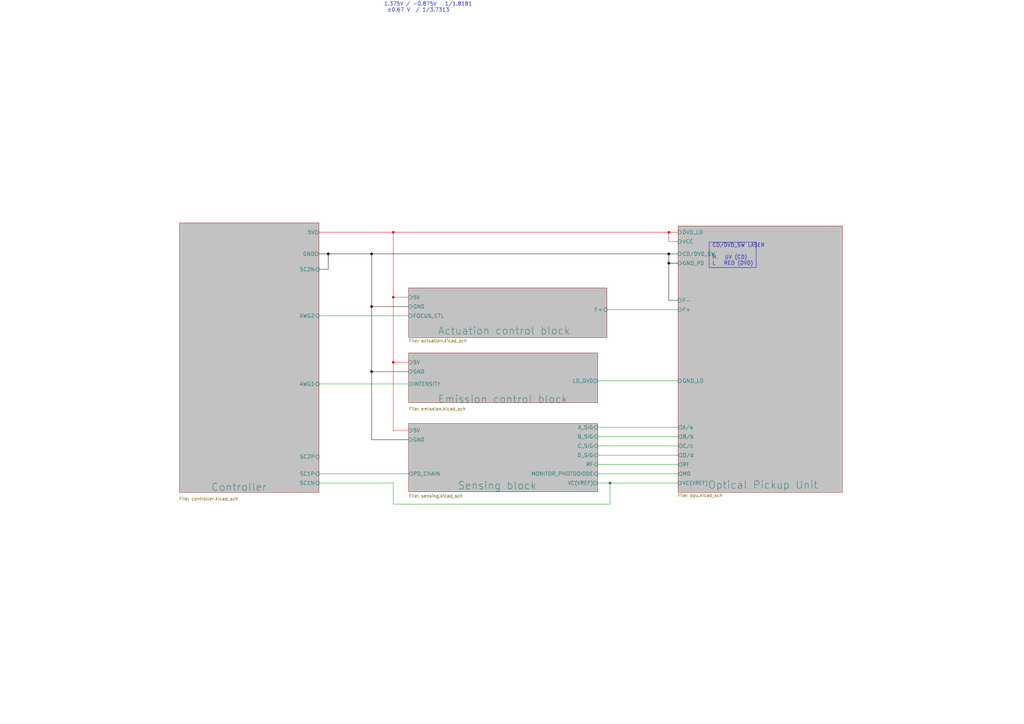
<source format=kicad_sch>
(kicad_sch
	(version 20231120)
	(generator "eeschema")
	(generator_version "8.0")
	(uuid "052f44d0-356a-4774-847b-27558aa4429e")
	(paper "A3")
	(lib_symbols)
	(junction
		(at 161.29 148.59)
		(diameter 0)
		(color 255 0 0 1)
		(uuid "27ef2275-25f6-48dc-bda2-a367122f9f1c")
	)
	(junction
		(at 152.4 125.73)
		(diameter 0)
		(color 0 0 0 1)
		(uuid "389f0b3b-83dd-41d3-81a1-16e02f6d12d4")
	)
	(junction
		(at 161.29 95.25)
		(diameter 0)
		(color 255 0 0 1)
		(uuid "458de5c0-28a8-4403-ad19-6b90d6f10a86")
	)
	(junction
		(at 274.32 104.14)
		(diameter 0)
		(color 0 0 0 1)
		(uuid "49f2948f-4449-41f7-87e2-e00ace8660dc")
	)
	(junction
		(at 161.29 121.92)
		(diameter 0)
		(color 255 0 0 1)
		(uuid "66b5b272-101f-4a5c-b85d-ba1d3da7fc76")
	)
	(junction
		(at 152.4 104.14)
		(diameter 0)
		(color 0 0 0 1)
		(uuid "6a295334-9a6c-4098-b0b1-acb3b71341fb")
	)
	(junction
		(at 134.62 104.14)
		(diameter 0)
		(color 0 0 0 1)
		(uuid "8ed5c8a3-45b8-42a7-b51b-743212e91ba0")
	)
	(junction
		(at 250.19 198.12)
		(diameter 0)
		(color 0 0 0 0)
		(uuid "92037ec1-0c07-4ee2-b4fc-ef22adc7591e")
	)
	(junction
		(at 274.32 95.25)
		(diameter 0)
		(color 255 0 0 1)
		(uuid "beffa938-ea96-4eba-bd43-2ec8e3383d93")
	)
	(junction
		(at 152.4 152.4)
		(diameter 0)
		(color 0 0 0 1)
		(uuid "de716c4a-1323-47e5-8504-ab9bc13df415")
	)
	(junction
		(at 274.32 107.95)
		(diameter 0)
		(color 0 0 0 1)
		(uuid "ff7c698c-151e-4b2f-92a5-7310d03233ec")
	)
	(wire
		(pts
			(xy 130.81 95.25) (xy 161.29 95.25)
		)
		(stroke
			(width 0)
			(type default)
			(color 255 0 0 1)
		)
		(uuid "03557bc2-c4c8-4ff0-bded-e139c0efb6b3")
	)
	(wire
		(pts
			(xy 245.11 194.31) (xy 278.13 194.31)
		)
		(stroke
			(width 0)
			(type default)
		)
		(uuid "0947a480-05bf-4e65-9835-1f86ff1b9c9d")
	)
	(wire
		(pts
			(xy 274.32 99.06) (xy 274.32 95.25)
		)
		(stroke
			(width 0)
			(type default)
			(color 255 0 0 1)
		)
		(uuid "09a8e022-ab3b-4464-bb05-11ea1abc71f7")
	)
	(wire
		(pts
			(xy 152.4 104.14) (xy 152.4 125.73)
		)
		(stroke
			(width 0)
			(type default)
			(color 0 0 0 1)
		)
		(uuid "09cf6123-e2bf-4a27-92cb-26b5267530ad")
	)
	(wire
		(pts
			(xy 167.64 176.53) (xy 161.29 176.53)
		)
		(stroke
			(width 0)
			(type default)
			(color 255 0 0 1)
		)
		(uuid "1246d6df-6ee2-48c5-ace9-891b86450947")
	)
	(wire
		(pts
			(xy 245.11 186.69) (xy 278.13 186.69)
		)
		(stroke
			(width 0)
			(type default)
		)
		(uuid "1258f726-8bc6-46e2-9fe0-74afa6640207")
	)
	(wire
		(pts
			(xy 130.81 198.12) (xy 161.29 198.12)
		)
		(stroke
			(width 0)
			(type default)
		)
		(uuid "128c6d82-8c54-4ecd-86dd-eaecee54bdf2")
	)
	(wire
		(pts
			(xy 278.13 123.19) (xy 274.32 123.19)
		)
		(stroke
			(width 0)
			(type default)
			(color 0 0 0 1)
		)
		(uuid "13d8f495-4857-4238-92c9-e0a37111ef37")
	)
	(wire
		(pts
			(xy 274.32 104.14) (xy 278.13 104.14)
		)
		(stroke
			(width 0)
			(type default)
			(color 0 0 0 1)
		)
		(uuid "15406551-ffca-4f25-a835-4205f77a30d3")
	)
	(wire
		(pts
			(xy 245.11 179.07) (xy 278.13 179.07)
		)
		(stroke
			(width 0)
			(type default)
		)
		(uuid "227b4e21-3981-4883-97b7-4c938c310339")
	)
	(wire
		(pts
			(xy 245.11 156.21) (xy 278.13 156.21)
		)
		(stroke
			(width 0)
			(type default)
		)
		(uuid "261c062d-a2f2-437d-8fa2-ff7dfe23530c")
	)
	(wire
		(pts
			(xy 152.4 125.73) (xy 167.64 125.73)
		)
		(stroke
			(width 0)
			(type default)
			(color 0 0 0 1)
		)
		(uuid "2e8438ee-2960-4b51-9ffe-1a95a43dbea6")
	)
	(wire
		(pts
			(xy 130.81 104.14) (xy 134.62 104.14)
		)
		(stroke
			(width 0)
			(type default)
			(color 0 0 0 1)
		)
		(uuid "31832781-ba86-4885-85f5-d58e205b5c64")
	)
	(wire
		(pts
			(xy 250.19 206.756) (xy 250.19 198.12)
		)
		(stroke
			(width 0)
			(type default)
		)
		(uuid "3b149daf-7ef0-4e5f-834f-641696e191e8")
	)
	(wire
		(pts
			(xy 167.64 180.34) (xy 152.4 180.34)
		)
		(stroke
			(width 0)
			(type default)
			(color 0 0 0 1)
		)
		(uuid "3e6f2e2e-2e1a-48a3-9381-64e0ce542a2e")
	)
	(wire
		(pts
			(xy 245.11 175.26) (xy 278.13 175.26)
		)
		(stroke
			(width 0)
			(type default)
		)
		(uuid "49c4d8ad-a994-461d-8aed-bf4a980b4bc2")
	)
	(wire
		(pts
			(xy 161.29 148.59) (xy 167.64 148.59)
		)
		(stroke
			(width 0)
			(type default)
			(color 255 0 0 1)
		)
		(uuid "4a35309c-c5b6-4667-9b26-ceca79d9433e")
	)
	(wire
		(pts
			(xy 152.4 125.73) (xy 152.4 152.4)
		)
		(stroke
			(width 0)
			(type default)
			(color 0 0 0 1)
		)
		(uuid "5155ca2f-457a-4285-98b6-73a320f8bdc9")
	)
	(wire
		(pts
			(xy 130.81 157.48) (xy 167.64 157.48)
		)
		(stroke
			(width 0)
			(type default)
		)
		(uuid "593d886b-f471-4476-84f0-ff311cb53c72")
	)
	(wire
		(pts
			(xy 161.29 121.92) (xy 161.29 148.59)
		)
		(stroke
			(width 0)
			(type default)
			(color 255 0 0 1)
		)
		(uuid "74d5d880-c352-4dbf-ab64-f53aae42b02c")
	)
	(wire
		(pts
			(xy 161.29 95.25) (xy 161.29 121.92)
		)
		(stroke
			(width 0)
			(type default)
			(color 255 0 0 1)
		)
		(uuid "7ae47d92-fa55-40de-8c5e-6b7a555bedb7")
	)
	(wire
		(pts
			(xy 161.29 176.53) (xy 161.29 148.59)
		)
		(stroke
			(width 0)
			(type default)
			(color 255 0 0 1)
		)
		(uuid "83d17005-4f45-4a59-ae5a-e4df0de84bea")
	)
	(wire
		(pts
			(xy 152.4 104.14) (xy 274.32 104.14)
		)
		(stroke
			(width 0)
			(type default)
			(color 0 0 0 1)
		)
		(uuid "84088294-c7a1-427c-8743-0e9909e4cb76")
	)
	(wire
		(pts
			(xy 130.81 129.54) (xy 167.64 129.54)
		)
		(stroke
			(width 0)
			(type default)
		)
		(uuid "86988cbb-4135-4a17-aec9-55abea522c9c")
	)
	(wire
		(pts
			(xy 161.29 121.92) (xy 167.64 121.92)
		)
		(stroke
			(width 0)
			(type default)
			(color 255 0 0 1)
		)
		(uuid "93b8e5ed-521a-4c64-b1e7-59a9132bcb67")
	)
	(wire
		(pts
			(xy 130.81 110.49) (xy 134.62 110.49)
		)
		(stroke
			(width 0)
			(type default)
			(color 0 0 0 1)
		)
		(uuid "972923af-83fc-470a-9e6a-81bba465c9b1")
	)
	(wire
		(pts
			(xy 274.32 104.14) (xy 274.32 107.95)
		)
		(stroke
			(width 0)
			(type default)
			(color 0 0 0 1)
		)
		(uuid "9a027ea5-d5bd-42c2-9bef-51403ee7b51c")
	)
	(wire
		(pts
			(xy 167.64 152.4) (xy 152.4 152.4)
		)
		(stroke
			(width 0)
			(type default)
			(color 0 0 0 1)
		)
		(uuid "9db6b9a7-0c06-49f5-9c13-098e1383bf61")
	)
	(wire
		(pts
			(xy 278.13 99.06) (xy 274.32 99.06)
		)
		(stroke
			(width 0)
			(type default)
			(color 255 0 0 1)
		)
		(uuid "afb09ad6-9d69-4cc3-b1e2-293cec758331")
	)
	(wire
		(pts
			(xy 278.13 107.95) (xy 274.32 107.95)
		)
		(stroke
			(width 0)
			(type default)
			(color 0 0 0 1)
		)
		(uuid "b11ebf04-8c8c-441c-9633-2f1cb3267745")
	)
	(wire
		(pts
			(xy 134.62 110.49) (xy 134.62 104.14)
		)
		(stroke
			(width 0)
			(type default)
			(color 0 0 0 1)
		)
		(uuid "b25b4dac-a91d-4863-87fa-a0cbe2b911b7")
	)
	(wire
		(pts
			(xy 274.32 107.95) (xy 274.32 123.19)
		)
		(stroke
			(width 0)
			(type default)
			(color 0 0 0 1)
		)
		(uuid "b3d428f8-b427-4a61-a2c1-523b2371185f")
	)
	(wire
		(pts
			(xy 161.29 95.25) (xy 274.32 95.25)
		)
		(stroke
			(width 0)
			(type default)
			(color 255 0 0 1)
		)
		(uuid "b41686bb-c47a-4cdc-a60f-9d70f58ec9ec")
	)
	(wire
		(pts
			(xy 161.29 198.12) (xy 161.29 206.756)
		)
		(stroke
			(width 0)
			(type default)
		)
		(uuid "c50913d9-15a7-452a-9b80-0d0ee0c82b68")
	)
	(wire
		(pts
			(xy 245.11 198.12) (xy 250.19 198.12)
		)
		(stroke
			(width 0)
			(type default)
		)
		(uuid "c5c543d1-a323-4213-a619-26afb73f9295")
	)
	(wire
		(pts
			(xy 245.11 182.88) (xy 278.13 182.88)
		)
		(stroke
			(width 0)
			(type default)
		)
		(uuid "d2c8ef48-b50c-4631-a42f-5fbaefd9bba4")
	)
	(wire
		(pts
			(xy 248.92 127) (xy 278.13 127)
		)
		(stroke
			(width 0)
			(type default)
		)
		(uuid "d7edbeef-2568-41ca-a6c7-251941e6e1de")
	)
	(wire
		(pts
			(xy 152.4 180.34) (xy 152.4 152.4)
		)
		(stroke
			(width 0)
			(type default)
			(color 0 0 0 1)
		)
		(uuid "d9344be1-d1b9-4761-8469-f1382825f04e")
	)
	(wire
		(pts
			(xy 245.11 190.5) (xy 278.13 190.5)
		)
		(stroke
			(width 0)
			(type default)
		)
		(uuid "e058a5f1-156a-4120-aaba-d5018604e90f")
	)
	(wire
		(pts
			(xy 130.81 194.31) (xy 167.64 194.31)
		)
		(stroke
			(width 0)
			(type default)
		)
		(uuid "e4678a38-d751-4311-b6a5-419b5c12864e")
	)
	(wire
		(pts
			(xy 161.29 206.756) (xy 250.19 206.756)
		)
		(stroke
			(width 0)
			(type default)
		)
		(uuid "f02dfe90-fc54-43d0-ac36-95ae83baff03")
	)
	(wire
		(pts
			(xy 134.62 104.14) (xy 152.4 104.14)
		)
		(stroke
			(width 0)
			(type default)
			(color 0 0 0 1)
		)
		(uuid "f520fb35-014f-4d83-9f4a-e399c44c4749")
	)
	(wire
		(pts
			(xy 274.32 95.25) (xy 278.13 95.25)
		)
		(stroke
			(width 0)
			(type default)
			(color 255 0 0 1)
		)
		(uuid "f6f53ff1-11e1-477e-9481-0ae192ac0cee")
	)
	(wire
		(pts
			(xy 250.19 198.12) (xy 278.13 198.12)
		)
		(stroke
			(width 0)
			(type default)
		)
		(uuid "fa131a0a-1c7d-41aa-801d-6afc452daa96")
	)
	(rectangle
		(start 290.83 99.314)
		(end 310.134 109.728)
		(stroke
			(width 0)
			(type default)
		)
		(fill
			(type none)
		)
		(uuid 0ed669a5-3cdc-4018-ade8-eb7cde952292)
	)
	(text "1.375V / -0.875V   1/1.8181\n ±0.67 V  / 1/3.7313"
		(exclude_from_sim no)
		(at 157.48 5.08 0)
		(effects
			(font
				(size 1.524 1.524)
			)
			(justify left bottom)
		)
		(uuid "10fcbbe2-49a7-4da8-bcab-02a3baba9a37")
	)
	(text "Focus: +1.1 mm / -0.7 mm\n0.80 mm/V (positiv = aproach disk)\n\nTracking: ±0.4 mm\n0.60 mm/V (positv = periphery  of disk)\n\nImax 220 mA"
		(exclude_from_sim no)
		(at 158.75 -6.35 0)
		(effects
			(font
				(size 1.016 1.016)
			)
			(justify left bottom)
		)
		(uuid "50461b2b-26f8-40d9-b73d-e3b1082c79d8")
	)
	(text "CD/DVD_SW LASER\n\nH   UV (CD)\nL   RED (DVD)\n"
		(exclude_from_sim no)
		(at 292.1 108.966 0)
		(effects
			(font
				(size 1.524 1.524)
			)
			(justify left bottom)
		)
		(uuid "b7234edd-59a4-4e57-a0c2-9477e95fd077")
	)
	(sheet
		(at 73.66 91.44)
		(size 57.15 110.49)
		(stroke
			(width 0.1524)
			(type solid)
		)
		(fill
			(color 194 194 194 1.0000)
		)
		(uuid "2cc208c2-9940-4a2a-a638-252d6a9564eb")
		(property "Sheetname" "Controller"
			(at 86.614 201.549 0)
			(effects
				(font
					(size 3.048 3.048)
				)
				(justify left bottom)
			)
		)
		(property "Sheetfile" "controller.kicad_sch"
			(at 73.406 203.835 0)
			(effects
				(font
					(size 1.27 1.27)
				)
				(justify left top)
			)
		)
		(pin "AWG1" input
			(at 130.81 157.48 0)
			(effects
				(font
					(size 1.524 1.524)
				)
				(justify right)
			)
			(uuid "7851afd5-e8d7-427f-9757-d4389b0bf758")
		)
		(pin "GND" output
			(at 130.81 104.14 0)
			(effects
				(font
					(size 1.524 1.524)
				)
				(justify right)
			)
			(uuid "c6d29e60-ae01-4827-8b9a-84c83dd19add")
		)
		(pin "SC1P" input
			(at 130.81 194.31 0)
			(effects
				(font
					(size 1.524 1.524)
				)
				(justify right)
			)
			(uuid "4f202f41-3f48-4aa3-9e80-cb360eb54328")
		)
		(pin "SC2P" input
			(at 130.81 187.325 0)
			(effects
				(font
					(size 1.524 1.524)
				)
				(justify right)
			)
			(uuid "6ef4a694-a771-4de6-8a34-55e8e198da06")
		)
		(pin "AWG2" input
			(at 130.81 129.54 0)
			(effects
				(font
					(size 1.524 1.524)
				)
				(justify right)
			)
			(uuid "efb9a2cb-cde0-41e8-a5db-7cd9c2960106")
		)
		(pin "SC1N" input
			(at 130.81 198.12 0)
			(effects
				(font
					(size 1.524 1.524)
				)
				(justify right)
			)
			(uuid "bf040658-de31-4042-9098-7f4ed3a6ba70")
		)
		(pin "SC2N" input
			(at 130.81 110.49 0)
			(effects
				(font
					(size 1.524 1.524)
				)
				(justify right)
			)
			(uuid "5f56f96c-e6c9-4e55-b025-b898f2e3f084")
		)
		(pin "5V" output
			(at 130.81 95.25 0)
			(effects
				(font
					(size 1.524 1.524)
				)
				(justify right)
			)
			(uuid "3f34a270-f945-4d40-af21-124626a680f8")
		)
		(instances
			(project "DVDLaserScanner"
				(path "/052f44d0-356a-4774-847b-27558aa4429e"
					(page "4")
				)
			)
		)
	)
	(sheet
		(at 278.13 92.71)
		(size 67.31 109.22)
		(stroke
			(width 0.1524)
			(type solid)
		)
		(fill
			(color 194 194 194 1.0000)
		)
		(uuid "441f4cb6-fbcc-4f11-b3b3-1ad3951f46a3")
		(property "Sheetname" "Optical Pickup Unit"
			(at 290.322 200.66 0)
			(effects
				(font
					(size 3.048 3.048)
				)
				(justify left bottom)
			)
		)
		(property "Sheetfile" "opu.kicad_sch"
			(at 277.876 202.438 0)
			(effects
				(font
					(size 1.27 1.27)
				)
				(justify left top)
			)
		)
		(pin "A{slash}a" output
			(at 278.13 175.26 180)
			(effects
				(font
					(size 1.524 1.524)
				)
				(justify left)
			)
			(uuid "08cfff69-6d58-46fb-9328-2f889a13f45f")
		)
		(pin "C{slash}c" output
			(at 278.13 182.88 180)
			(effects
				(font
					(size 1.524 1.524)
				)
				(justify left)
			)
			(uuid "1fea8f8d-2a60-4894-9395-03e7b14297e9")
		)
		(pin "D{slash}d" output
			(at 278.13 186.69 180)
			(effects
				(font
					(size 1.524 1.524)
				)
				(justify left)
			)
			(uuid "6d7a7ee9-4c28-4c0e-8c80-7fe8cc7c5c2f")
		)
		(pin "B{slash}b" output
			(at 278.13 179.07 180)
			(effects
				(font
					(size 1.524 1.524)
				)
				(justify left)
			)
			(uuid "500d3ad2-b284-481e-ab1c-e50f7885223b")
		)
		(pin "RF" output
			(at 278.13 190.5 180)
			(effects
				(font
					(size 1.524 1.524)
				)
				(justify left)
			)
			(uuid "46dd16e0-ad48-4d0d-99dd-bab864e8f129")
		)
		(pin "MD" output
			(at 278.13 194.31 180)
			(effects
				(font
					(size 1.524 1.524)
				)
				(justify left)
			)
			(uuid "efde5506-d5ab-4053-998f-a706cca76403")
		)
		(pin "VC(VREF)" input
			(at 278.13 198.12 180)
			(effects
				(font
					(size 1.524 1.524)
				)
				(justify left)
			)
			(uuid "8ad25eac-09c3-4e65-b0c9-500041823141")
		)
		(pin "DVD_LD" input
			(at 278.13 95.25 180)
			(effects
				(font
					(size 1.524 1.524)
				)
				(justify left)
			)
			(uuid "b340d1b1-e670-40db-9d19-b2b307e7a09d")
		)
		(pin "CD{slash}DVD_SW" input
			(at 278.13 104.14 180)
			(effects
				(font
					(size 1.524 1.524)
				)
				(justify left)
			)
			(uuid "50e979c9-03f6-4083-b22d-97d685572432")
		)
		(pin "VCC" input
			(at 278.13 99.06 180)
			(effects
				(font
					(size 1.524 1.524)
				)
				(justify left)
			)
			(uuid "afe4c9c8-cfc3-4a49-b81b-69547e34d1cf")
		)
		(pin "GND_PD" input
			(at 278.13 107.95 180)
			(effects
				(font
					(size 1.524 1.524)
				)
				(justify left)
			)
			(uuid "0e1a9357-1586-4d58-a41a-e2ffd2798ede")
		)
		(pin "GND_LD" input
			(at 278.13 156.21 180)
			(effects
				(font
					(size 1.524 1.524)
				)
				(justify left)
			)
			(uuid "18753ea7-5105-41d7-99af-cc209027dc56")
		)
		(pin "F-" input
			(at 278.13 123.19 180)
			(effects
				(font
					(size 1.524 1.524)
				)
				(justify left)
			)
			(uuid "dbe14de5-69f7-4048-8cd0-845964fbc193")
		)
		(pin "F+" input
			(at 278.13 127 180)
			(effects
				(font
					(size 1.524 1.524)
				)
				(justify left)
			)
			(uuid "d087095d-baaf-4d1e-9e4f-85c826aa871e")
		)
		(instances
			(project "DVDLaserScanner"
				(path "/052f44d0-356a-4774-847b-27558aa4429e"
					(page "6")
				)
			)
		)
	)
	(sheet
		(at 167.64 144.78)
		(size 77.47 20.32)
		(stroke
			(width 0.1524)
			(type solid)
		)
		(fill
			(color 194 194 194 1.0000)
		)
		(uuid "7721833c-3574-4248-84cf-0edd7cdc12ca")
		(property "Sheetname" "Emission control block"
			(at 179.578 165.481 0)
			(effects
				(font
					(size 3.048 3.048)
				)
				(justify left bottom)
			)
		)
		(property "Sheetfile" "emission.kicad_sch"
			(at 167.64 166.9546 0)
			(effects
				(font
					(size 1.27 1.27)
				)
				(justify left top)
			)
		)
		(pin "5V" input
			(at 167.64 148.59 180)
			(effects
				(font
					(size 1.524 1.524)
				)
				(justify left)
			)
			(uuid "57482161-524a-48d6-8d73-3049ef8a357f")
		)
		(pin "LD_DVD" output
			(at 245.11 156.21 0)
			(effects
				(font
					(size 1.524 1.524)
				)
				(justify right)
			)
			(uuid "d505ee68-508d-4309-8a7e-e4158441d355")
		)
		(pin "GND" input
			(at 167.64 152.4 180)
			(effects
				(font
					(size 1.524 1.524)
				)
				(justify left)
			)
			(uuid "1511cbcd-b59e-4c11-8d12-dc1d19b2038e")
		)
		(pin "INTENSITY" input
			(at 167.64 157.48 180)
			(effects
				(font
					(size 1.524 1.524)
				)
				(justify left)
			)
			(uuid "b6cd20a2-f76c-4b38-b4ac-7af8236572d7")
		)
		(instances
			(project "DVDLaserScanner"
				(path "/052f44d0-356a-4774-847b-27558aa4429e"
					(page "4")
				)
			)
		)
	)
	(sheet
		(at 167.64 173.736)
		(size 77.47 27.94)
		(stroke
			(width 0.1524)
			(type solid)
		)
		(fill
			(color 194 194 194 1.0000)
		)
		(uuid "aa42b00b-51e5-4b48-9a6c-232df2f67b24")
		(property "Sheetname" "Sensing block"
			(at 187.706 200.914 0)
			(effects
				(font
					(size 3.048 3.048)
				)
				(justify left bottom)
			)
		)
		(property "Sheetfile" "sensing.kicad_sch"
			(at 167.64 202.692 0)
			(effects
				(font
					(size 1.27 1.27)
				)
				(justify left top)
			)
		)
		(pin "B_SIG" input
			(at 245.11 179.07 0)
			(effects
				(font
					(size 1.524 1.524)
				)
				(justify right)
			)
			(uuid "87eedb92-d0e8-4179-bc0c-01e5dfd39067")
		)
		(pin "D_SIG" input
			(at 245.11 186.69 0)
			(effects
				(font
					(size 1.524 1.524)
				)
				(justify right)
			)
			(uuid "253aea15-b542-4ffd-8c91-ed853d820235")
		)
		(pin "A_SIG" input
			(at 245.11 175.26 0)
			(effects
				(font
					(size 1.524 1.524)
				)
				(justify right)
			)
			(uuid "3521d355-08cc-4546-b68d-8ec3ad7de366")
		)
		(pin "C_SIG" input
			(at 245.11 182.88 0)
			(effects
				(font
					(size 1.524 1.524)
				)
				(justify right)
			)
			(uuid "fd66a282-7bfb-46a8-85c7-eb07e4462c31")
		)
		(pin "PD_CHAIN" output
			(at 167.64 194.31 180)
			(effects
				(font
					(size 1.524 1.524)
				)
				(justify left)
			)
			(uuid "420d3fc0-c5b3-4bf3-9dff-0c8e5dfae947")
		)
		(pin "RF" input
			(at 245.11 190.5 0)
			(effects
				(font
					(size 1.524 1.524)
				)
				(justify right)
			)
			(uuid "678142b3-dd5c-4031-b572-b317fbf5266a")
		)
		(pin "GND" input
			(at 167.64 180.34 180)
			(effects
				(font
					(size 1.524 1.524)
				)
				(justify left)
			)
			(uuid "4ddcb0ad-4f71-4a89-82b5-e24be906b659")
		)
		(pin "5V" input
			(at 167.64 176.53 180)
			(effects
				(font
					(size 1.524 1.524)
				)
				(justify left)
			)
			(uuid "e0b9214b-c9d0-4840-84a3-e7713eed308e")
		)
		(pin "VC(VREF)" output
			(at 245.11 198.12 0)
			(effects
				(font
					(size 1.524 1.524)
				)
				(justify right)
			)
			(uuid "c55d43cb-92b8-4637-bd6f-6b2f75896af5")
		)
		(pin "MONITOR_PHOTODIODE" input
			(at 245.11 194.31 0)
			(effects
				(font
					(size 1.524 1.524)
				)
				(justify right)
			)
			(uuid "f909c331-93e3-4dd4-802e-841d1e6d0354")
		)
		(instances
			(project "DVDLaserScanner"
				(path "/052f44d0-356a-4774-847b-27558aa4429e"
					(page "4")
				)
			)
		)
	)
	(sheet
		(at 167.64 118.11)
		(size 81.28 20.32)
		(stroke
			(width 0.1524)
			(type solid)
		)
		(fill
			(color 194 194 194 1.0000)
		)
		(uuid "e0f949d5-2ade-4b83-a169-ff0e7cb62808")
		(property "Sheetname" "Actuation control block"
			(at 179.578 137.414 0)
			(effects
				(font
					(size 3.048 3.048)
				)
				(justify left bottom)
			)
		)
		(property "Sheetfile" "actuation.kicad_sch"
			(at 167.64 139.0146 0)
			(effects
				(font
					(size 1.27 1.27)
				)
				(justify left top)
			)
		)
		(pin "5V" input
			(at 167.64 121.92 180)
			(effects
				(font
					(size 1.524 1.524)
				)
				(justify left)
			)
			(uuid "1f4e58d1-7a76-4a0b-ac3a-80e8cb0fabff")
		)
		(pin "F+" input
			(at 248.92 127 0)
			(effects
				(font
					(size 1.524 1.524)
				)
				(justify right)
			)
			(uuid "265c6ce2-6381-4281-8905-2531bd3dec1c")
		)
		(pin "FOCUS_CTL" input
			(at 167.64 129.54 180)
			(effects
				(font
					(size 1.524 1.524)
				)
				(justify left)
			)
			(uuid "09976512-dc9e-4d49-bbd2-7cfa8ac7206d")
		)
		(pin "GND" input
			(at 167.64 125.73 180)
			(effects
				(font
					(size 1.524 1.524)
				)
				(justify left)
			)
			(uuid "1e399f33-aabb-4ddf-9820-bf58d14eb6bf")
		)
		(instances
			(project "DVDLaserScanner"
				(path "/052f44d0-356a-4774-847b-27558aa4429e"
					(page "5")
				)
			)
		)
	)
	(sheet_instances
		(path "/"
			(page "1")
		)
	)
)
</source>
